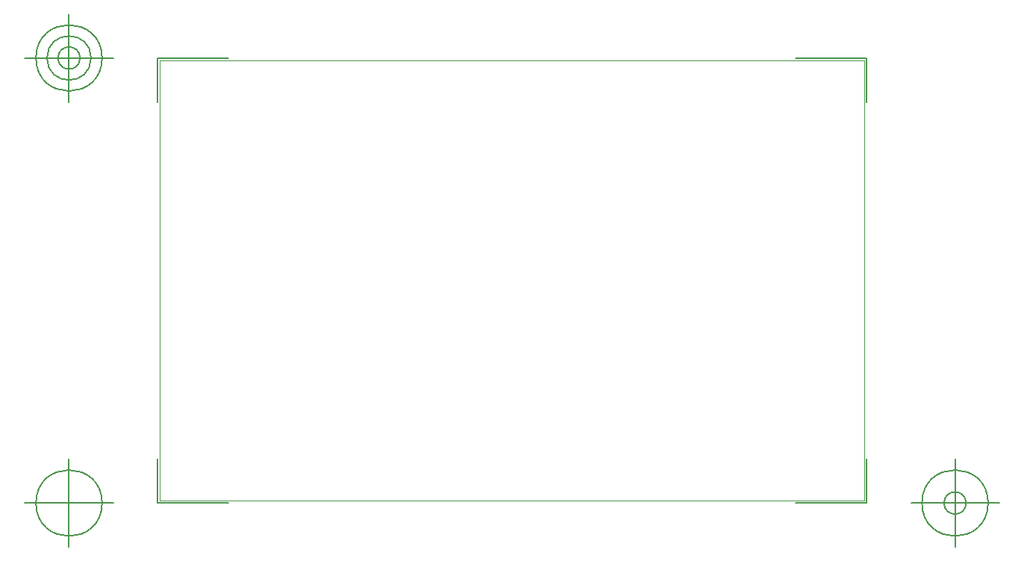
<source format=gbr>
G04 Generated by Ultiboard 14.0 *
%FSLAX34Y34*%
%MOMM*%

%ADD10C,0.0001*%
%ADD11C,0.0010*%
%ADD12C,0.1270*%


G04 ColorRGB 00FFFF for the following layer *
%LNBoard Outline*%
%LPD*%
G54D10*
G54D11*
X0Y0D02*
X800000Y0D01*
X800000Y500000D01*
X0Y500000D01*
X0Y0D01*
G54D12*
X-2540Y-2540D02*
X-2540Y47968D01*
X-2540Y-2540D02*
X77968Y-2540D01*
X802540Y-2540D02*
X722032Y-2540D01*
X802540Y-2540D02*
X802540Y47968D01*
X802540Y502540D02*
X802540Y452032D01*
X802540Y502540D02*
X722032Y502540D01*
X-2540Y502540D02*
X77968Y502540D01*
X-2540Y502540D02*
X-2540Y452032D01*
X-52540Y-2540D02*
X-152540Y-2540D01*
X-102540Y-52540D02*
X-102540Y47460D01*
X-140040Y-2540D02*
G75*
D01*
G02X-140040Y-2540I37500J0*
G01*
X852540Y-2540D02*
X952540Y-2540D01*
X902540Y-52540D02*
X902540Y47460D01*
X865040Y-2540D02*
G75*
D01*
G02X865040Y-2540I37500J0*
G01*
X890040Y-2540D02*
G75*
D01*
G02X890040Y-2540I12500J0*
G01*
X-52540Y502540D02*
X-152540Y502540D01*
X-102540Y452540D02*
X-102540Y552540D01*
X-140040Y502540D02*
G75*
D01*
G02X-140040Y502540I37500J0*
G01*
X-127540Y502540D02*
G75*
D01*
G02X-127540Y502540I25000J0*
G01*
X-115040Y502540D02*
G75*
D01*
G02X-115040Y502540I12500J0*
G01*

M02*

</source>
